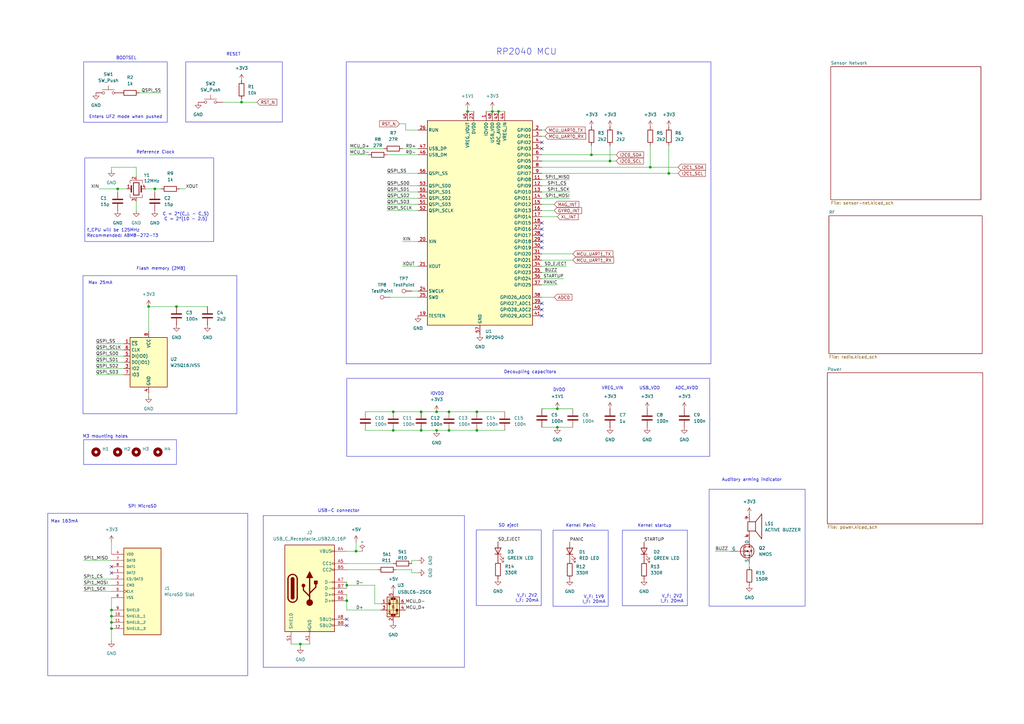
<source format=kicad_sch>
(kicad_sch (version 20231120) (generator "eeschema") (generator_version "8.0")
  (paper "A3")
  (title_block (title "Pygmy") (date "2024-11-10") (rev "A") (company "Matteo Golin") (comment 1 "Use JLC04161H-7628"))
  (junction (at 184.15 176.53))
  (junction (at 161.29 168.91))
  (junction (at 172.72 176.53))
  (junction (at 45.72 250.19))
  (junction (at 184.15 168.91))
  (junction (at 45.72 255.27))
  (junction (at 161.29 176.53))
  (junction (at 228.6 167.64))
  (junction (at 123.19 264.16))
  (junction (at 266.7 68.58))
  (junction (at 201.93 45.72))
  (junction (at 45.72 257.81))
  (junction (at 204.47 45.72))
  (junction (at 179.07 168.91))
  (junction (at 179.07 176.53))
  (junction (at 60.96 125.73))
  (junction (at 274.32 71.12))
  (junction (at 195.58 168.91))
  (junction (at 250.19 66.04))
  (junction (at 72.39 125.73))
  (junction (at 48.26 77.47))
  (junction (at 99.06 41.91))
  (junction (at 45.72 252.73))
  (junction (at 195.58 176.53))
  (junction (at 172.72 168.91))
  (junction (at 142.24 240.03))
  (junction (at 142.24 246.38))
  (junction (at 228.6 175.26))
  (junction (at 63.5 77.47))
  (junction (at 191.77 45.72))
  (junction (at 242.57 63.5))
  (junction (at 146.05 226.06))
  (no_connect (at 222.25 96.52))
  (no_connect (at 222.25 93.98))
  (no_connect (at 142.24 254))
  (no_connect (at 222.25 60.96))
  (no_connect (at 222.25 127))
  (no_connect (at 222.25 129.54))
  (no_connect (at 222.25 91.44))
  (no_connect (at 222.25 58.42))
  (no_connect (at 222.25 124.46))
  (no_connect (at 45.72 232.41))
  (no_connect (at 222.25 101.6))
  (no_connect (at 142.24 256.54))
  (no_connect (at 45.72 234.95))
  (no_connect (at 222.25 99.06))
  (wire (pts (xy 99.06 41.91) (xy 105.41 41.91)))
  (wire (pts (xy 39.37 143.51) (xy 50.8 143.51)))
  (wire (pts (xy 34.29 242.57) (xy 45.72 242.57)))
  (wire (pts (xy 39.37 140.97) (xy 50.8 140.97)))
  (wire (pts (xy 222.25 111.76) (xy 228.6 111.76)))
  (wire (pts (xy 223.52 55.88) (xy 222.25 55.88)))
  (wire (pts (xy 59.69 77.47) (xy 63.5 77.47)))
  (wire (pts (xy 227.33 86.36) (xy 222.25 86.36)))
  (wire (pts (xy 242.57 63.5) (xy 222.25 63.5)))
  (wire (pts (xy 34.29 237.49) (xy 45.72 237.49)))
  (wire (pts (xy 99.06 40.64) (xy 99.06 41.91)))
  (wire (pts (xy 184.15 168.91) (xy 195.58 168.91)))
  (wire (pts (xy 201.93 45.72) (xy 204.47 45.72)))
  (wire (pts (xy 142.24 243.84) (xy 142.24 246.38)))
  (wire (pts (xy 195.58 168.91) (xy 207.01 168.91)))
  (wire (pts (xy 48.26 78.74) (xy 48.26 77.47)))
  (wire (pts (xy 142.24 250.19) (xy 142.24 246.38)))
  (wire (pts (xy 48.26 77.47) (xy 52.07 77.47)))
  (wire (pts (xy 166.37 50.8) (xy 166.37 53.34)))
  (wire (pts (xy 55.88 68.58) (xy 55.88 72.39)))
  (wire (pts (xy 72.39 125.73) (xy 60.96 125.73)))
  (wire (pts (xy 179.07 168.91) (xy 184.15 168.91)))
  (wire (pts (xy 222.25 167.64) (xy 228.6 167.64)))
  (wire (pts (xy 45.72 68.58) (xy 55.88 68.58)))
  (wire (pts (xy 252.73 63.5) (xy 242.57 63.5)))
  (wire (pts (xy 168.91 234.95) (xy 171.45 234.95)))
  (wire (pts (xy 252.73 66.04) (xy 250.19 66.04)))
  (wire (pts (xy 165.1 109.22) (xy 171.45 109.22)))
  (wire (pts (xy 165.1 60.96) (xy 171.45 60.96)))
  (wire (pts (xy 165.1 99.06) (xy 171.45 99.06)))
  (wire (pts (xy 39.37 153.67) (xy 50.8 153.67)))
  (wire (pts (xy 60.96 162.56) (xy 60.96 161.29)))
  (wire (pts (xy 142.24 233.68) (xy 154.94 233.68)))
  (wire (pts (xy 143.51 63.5) (xy 151.13 63.5)))
  (wire (pts (xy 39.37 146.05) (xy 50.8 146.05)))
  (wire (pts (xy 160.02 121.92) (xy 171.45 121.92)))
  (wire (pts (xy 195.58 176.53) (xy 207.01 176.53)))
  (wire (pts (xy 45.72 250.19) (xy 45.72 252.73)))
  (wire (pts (xy 45.72 257.81) (xy 45.72 262.89)))
  (wire (pts (xy 146.05 226.06) (xy 148.59 226.06)))
  (wire (pts (xy 161.29 231.14) (xy 142.24 231.14)))
  (wire (pts (xy 45.72 222.25) (xy 45.72 227.33)))
  (wire (pts (xy 123.19 264.16) (xy 127 264.16)))
  (wire (pts (xy 73.66 77.47) (xy 76.2 77.47)))
  (wire (pts (xy 266.7 59.69) (xy 266.7 68.58)))
  (wire (pts (xy 184.15 176.53) (xy 195.58 176.53)))
  (wire (pts (xy 274.32 59.69) (xy 274.32 71.12)))
  (wire (pts (xy 40.64 77.47) (xy 48.26 77.47)))
  (wire (pts (xy 119.38 264.16) (xy 123.19 264.16)))
  (wire (pts (xy 222.25 71.12) (xy 274.32 71.12)))
  (wire (pts (xy 168.91 233.68) (xy 162.56 233.68)))
  (wire (pts (xy 142.24 240.03) (xy 142.24 238.76)))
  (wire (pts (xy 228.6 116.84) (xy 222.25 116.84)))
  (wire (pts (xy 222.25 104.14) (xy 234.95 104.14)))
  (wire (pts (xy 158.75 78.74) (xy 171.45 78.74)))
  (wire (pts (xy 45.72 69.85) (xy 45.72 68.58)))
  (wire (pts (xy 191.77 44.45) (xy 191.77 45.72)))
  (wire (pts (xy 307.34 231.14) (xy 307.34 232.41)))
  (wire (pts (xy 278.13 68.58) (xy 266.7 68.58)))
  (wire (pts (xy 191.77 45.72) (xy 194.31 45.72)))
  (wire (pts (xy 274.32 71.12) (xy 278.13 71.12)))
  (wire (pts (xy 142.24 240.03) (xy 142.24 241.3)))
  (wire (pts (xy 223.52 53.34) (xy 222.25 53.34)))
  (wire (pts (xy 171.45 86.36) (xy 158.75 86.36)))
  (wire (pts (xy 233.68 81.28) (xy 222.25 81.28)))
  (wire (pts (xy 45.72 252.73) (xy 45.72 255.27)))
  (wire (pts (xy 143.51 60.96) (xy 157.48 60.96)))
  (wire (pts (xy 172.72 176.53) (xy 179.07 176.53)))
  (wire (pts (xy 153.67 247.65) (xy 156.21 247.65)))
  (wire (pts (xy 250.19 66.04) (xy 222.25 66.04)))
  (wire (pts (xy 85.09 125.73) (xy 72.39 125.73)))
  (wire (pts (xy 228.6 167.64) (xy 234.95 167.64)))
  (wire (pts (xy 142.24 250.19) (xy 156.21 250.19)))
  (wire (pts (xy 158.75 83.82) (xy 171.45 83.82)))
  (wire (pts (xy 45.72 245.11) (xy 45.72 250.19)))
  (wire (pts (xy 201.93 44.45) (xy 201.93 45.72)))
  (wire (pts (xy 142.24 240.03) (xy 153.67 240.03)))
  (wire (pts (xy 166.37 53.34) (xy 171.45 53.34)))
  (wire (pts (xy 60.96 135.89) (xy 60.96 125.73)))
  (wire (pts (xy 168.91 234.95) (xy 168.91 233.68)))
  (wire (pts (xy 158.75 63.5) (xy 171.45 63.5)))
  (wire (pts (xy 222.25 175.26) (xy 228.6 175.26)))
  (wire (pts (xy 168.91 229.87) (xy 168.91 231.14)))
  (wire (pts (xy 161.29 168.91) (xy 172.72 168.91)))
  (wire (pts (xy 153.67 240.03) (xy 153.67 247.65)))
  (wire (pts (xy 91.44 41.91) (xy 99.06 41.91)))
  (wire (pts (xy 34.29 240.03) (xy 45.72 240.03)))
  (wire (pts (xy 250.19 59.69) (xy 250.19 66.04)))
  (wire (pts (xy 149.86 168.91) (xy 161.29 168.91)))
  (wire (pts (xy 293.37 226.06) (xy 299.72 226.06)))
  (wire (pts (xy 57.15 38.1) (xy 66.04 38.1)))
  (wire (pts (xy 228.6 175.26) (xy 234.95 175.26)))
  (wire (pts (xy 242.57 59.69) (xy 242.57 63.5)))
  (wire (pts (xy 123.19 265.43) (xy 123.19 264.16)))
  (wire (pts (xy 233.68 73.66) (xy 222.25 73.66)))
  (wire (pts (xy 146.05 226.06) (xy 146.05 222.25)))
  (wire (pts (xy 179.07 176.53) (xy 184.15 176.53)))
  (wire (pts (xy 55.88 86.36) (xy 55.88 82.55)))
  (wire (pts (xy 45.72 255.27) (xy 45.72 257.81)))
  (wire (pts (xy 231.14 114.3) (xy 222.25 114.3)))
  (wire (pts (xy 39.37 148.59) (xy 50.8 148.59)))
  (wire (pts (xy 222.25 121.92) (xy 227.33 121.92)))
  (wire (pts (xy 63.5 77.47) (xy 66.04 77.47)))
  (wire (pts (xy 39.37 151.13) (xy 50.8 151.13)))
  (wire (pts (xy 204.47 45.72) (xy 207.01 45.72)))
  (wire (pts (xy 158.75 71.12) (xy 171.45 71.12)))
  (wire (pts (xy 158.75 81.28) (xy 171.45 81.28)))
  (wire (pts (xy 232.41 76.2) (xy 222.25 76.2)))
  (wire (pts (xy 233.68 78.74) (xy 222.25 78.74)))
  (wire (pts (xy 158.75 76.2) (xy 171.45 76.2)))
  (wire (pts (xy 172.72 168.91) (xy 179.07 168.91)))
  (wire (pts (xy 149.86 176.53) (xy 161.29 176.53)))
  (wire (pts (xy 163.83 50.8) (xy 166.37 50.8)))
  (wire (pts (xy 34.29 229.87) (xy 45.72 229.87)))
  (wire (pts (xy 222.25 106.68) (xy 234.95 106.68)))
  (wire (pts (xy 168.91 119.38) (xy 171.45 119.38)))
  (wire (pts (xy 222.25 88.9) (xy 228.6 88.9)))
  (wire (pts (xy 161.29 176.53) (xy 172.72 176.53)))
  (wire (pts (xy 142.24 226.06) (xy 146.05 226.06)))
  (wire (pts (xy 199.39 45.72) (xy 201.93 45.72)))
  (wire (pts (xy 227.33 83.82) (xy 222.25 83.82)))
  (wire (pts (xy 63.5 77.47) (xy 63.5 78.74)))
  (wire (pts (xy 222.25 68.58) (xy 266.7 68.58)))
  (wire (pts (xy 232.41 109.22) (xy 222.25 109.22)))
  (wire (pts (xy 171.45 229.87) (xy 168.91 229.87)))
  (rectangle (start 290.83 200.66) (end 330.2 248.5917))
  (rectangle (start 141.986 25.4) (end 291.592 149.225))
  (rectangle (start 76.2 25.4) (end 115.824 50.038))
  (rectangle (start 195.348 217.3576) (end 222.018 248.3456))
  (rectangle (start 34.29 180.34) (end 72.39 190.5))
  (rectangle (start 226.822 217.424) (end 249.428 248.666))
  (rectangle (start 255.27 217.424) (end 281.94 248.412))
  (rectangle (start 107.95 211.455) (end 190.5 273.685))
  (rectangle (start 34.798 64.77) (end 87.63 99.06))
  (rectangle (start 19.558 210.566) (end 101.6 277.114))
  (rectangle (start 34.29 25.4) (end 68.58 50.165))
  (rectangle (start 142.24 155.194) (end 291.084 187.198))
  (rectangle (start 34.036 113.03) (end 97.155 169.672))
  (text "Auditory arming indicator" (at 308.356 196.85 0) (effects (font (size 1.27 1.27))))
  (text "RP2040 MCU" (at 215.9 21.336 0) (effects (font (size 2.54 2.54))))
  (text "C = 2*(C_L - C_S)\nC = 2*(10 - 2.5)" (at 76.2 88.9 0) (effects (font (size 1.27 1.27))))
  (text "Kernel Panic" (at 238.252 215.646 0) (effects (font (size 1.27 1.27))))
  (text "Kernel startup" (at 268.478 215.646 0) (effects (font (size 1.27 1.27))))
  (text "V_F: 2V2\nI_F: 20mA" (at 275.59 245.618 0) (effects (font (size 1.27 1.27))))
  (text "V_F: 2V2\nI_F: 20mA" (at 216.154 245.364 0) (effects (font (size 1.27 1.27))))
  (text "VREG_VIN\n" (at 251.206 159.258 0) (effects (font (size 1.27 1.27))))
  (text "USB_VDD" (at 266.446 159.258 0) (effects (font (size 1.27 1.27))))
  (text "Recommended: ABM8-272-T3" (at 50.292 96.774 0) (effects (font (size 1.27 1.27))))
  (text "Max 163mA" (at 26.416 213.868 0) (effects (font (size 1.27 1.27))))
  (text "DVDD" (at 229.362 160.02 0) (effects (font (size 1.27 1.27))))
  (text "M3 mounting holes" (at 43.18 179.07 0) (effects (font (size 1.27 1.27))))
  (text "IOVDD" (at 179.324 161.544 0) (effects (font (size 1.27 1.27))))
  (text "SPI MicroSD" (at 58.42 207.772 0) (effects (font (size 1.27 1.27))))
  (text "USB-C connector" (at 138.938 209.55 0) (effects (font (size 1.27 1.27))))
  (text "f_CPU will be 125MHz" (at 46.482 94.488 0) (effects (font (size 1.27 1.27))))
  (text "V_F: 1V9\nI_F: 20mA" (at 243.586 245.872 0) (effects (font (size 1.27 1.27))))
  (text "Decoupling capacitors" (at 217.424 152.654 0) (effects (font (size 1.27 1.27))))
  (text "BOOTSEL" (at 51.816 23.876 0) (effects (font (size 1.27 1.27))))
  (text "Reference Clock" (at 63.754 62.484 0) (effects (font (size 1.27 1.27))))
  (text "ADC_AVDD" (at 281.686 159.258 0) (effects (font (size 1.27 1.27))))
  (text "RESET" (at 95.758 22.352 0) (effects (font (size 1.27 1.27))))
  (text "Flash memory (2MB)" (at 66.04 110.236 0) (effects (font (size 1.27 1.27))))
  (text "Max 25mA" (at 41.148 116.078 0) (effects (font (size 1.27 1.27))))
  (text "Enters UF2 mode when pushed" (at 51.562 48.006 0) (effects (font (size 1.27 1.27))))
  (text "SD eject" (at 208.556 215.5796 0) (effects (font (size 1.27 1.27))))
  (label "SPI1_MOSI" (at 34.29 240.03 0))
  (label "RD+" (at 166.37 60.96 0))
  (label "SPI1_CS" (at 34.29 237.49 0))
  (label "MCU_D+" (at 166.37 250.19 0))
  (label "QSPI_SS" (at 39.37 140.97 0))
  (label "SD_EJECT" (at 204.238 222.1836 0))
  (label "XIN" (at 40.64 77.47 180))
  (label "SPI1_CS" (at 232.41 76.2 180))
  (label "QSPI_SCLK" (at 39.37 143.51 0))
  (label "SPI1_MISO" (at 233.68 73.66 180))
  (label "QSPI_SD3" (at 39.37 153.67 0))
  (label "QSPI_SD2" (at 39.37 151.13 0))
  (label "PANIC" (at 228.6 116.84 180))
  (label "PANIC" (at 233.68 222.25 0))
  (label "RD-" (at 166.37 63.5 0))
  (label "MCU_D-" (at 166.37 247.65 0))
  (label "QSPI_SS" (at 158.75 71.12 0))
  (label "QSPI_SCLK" (at 158.75 86.36 0))
  (label "XOUT" (at 76.2 77.47 0))
  (label "QSPI_SD3" (at 158.75 83.82 0))
  (label "MCU_D-" (at 143.51 63.5 0))
  (label "D+" (at 146.05 250.19 0))
  (label "QSPI_SS" (at 66.04 38.1 180))
  (label "BUZZ" (at 228.6 111.76 180))
  (label "D-" (at 146.05 240.03 0))
  (label "QSPI_SD1" (at 39.37 148.59 0))
  (label "XIN" (at 165.1 99.06 0))
  (label "SPI1_SCK" (at 233.68 78.74 180))
  (label "QSPI_SD0" (at 158.75 76.2 0))
  (label "QSPI_SD0" (at 39.37 146.05 0))
  (label "SPI1_SCK" (at 34.29 242.57 0))
  (label "QSPI_SD1" (at 158.75 78.74 0))
  (label "SPI1_MISO" (at 34.29 229.87 0))
  (label "STARTUP" (at 264.16 222.25 0))
  (label "QSPI_SD2" (at 158.75 81.28 0))
  (label "XOUT" (at 165.1 109.22 0))
  (label "BUZZ" (at 293.37 226.06 0))
  (label "SD_EJECT" (at 232.41 109.22 180))
  (label "MCU_D+" (at 143.51 60.96 0))
  (label "SPI1_MOSI" (at 233.68 81.28 180))
  (label "STARTUP" (at 231.14 114.3 180))
  (global_label "GYRO_INT" (shape input) (at 227.33 86.36 0) (property "Intersheetrefs" "${INTERSHEET_REFS}" (effects (hide yes))))
  (global_label "I2C0_SCL" (shape input) (at 252.73 66.04 0) (property "Intersheetrefs" "${INTERSHEET_REFS}" (effects (hide yes))))
  (global_label "RST_N" (shape input) (at 163.83 50.8 180) (property "Intersheetrefs" "${INTERSHEET_REFS}" (effects (hide yes))))
  (global_label "I2C1_SDA" (shape input) (at 278.13 68.58 0) (property "Intersheetrefs" "${INTERSHEET_REFS}" (effects (hide yes))))
  (global_label "MCU_UART0_TX" (shape input) (at 223.52 53.34 0) (property "Intersheetrefs" "${INTERSHEET_REFS}" (effects (hide yes))))
  (global_label "I2C0_SDA" (shape input) (at 252.73 63.5 0) (property "Intersheetrefs" "${INTERSHEET_REFS}" (effects (hide yes))))
  (global_label "I2C1_SCL" (shape input) (at 278.13 71.12 0) (property "Intersheetrefs" "${INTERSHEET_REFS}" (effects (hide yes))))
  (global_label "ADC0" (shape input) (at 227.33 121.92 0) (property "Intersheetrefs" "${INTERSHEET_REFS}" (effects (hide yes))))
  (global_label "MCU_UART1_RX" (shape input) (at 234.95 106.68 0) (property "Intersheetrefs" "${INTERSHEET_REFS}" (effects (hide yes))))
  (global_label "RST_N" (shape input) (at 105.41 41.91 0) (property "Intersheetrefs" "${INTERSHEET_REFS}" (effects (hide yes))))
  (global_label "MCU_UART0_RX" (shape input) (at 223.52 55.88 0) (property "Intersheetrefs" "${INTERSHEET_REFS}" (effects (hide yes))))
  (global_label "MCU_UART1_TX" (shape input) (at 234.95 104.14 0) (property "Intersheetrefs" "${INTERSHEET_REFS}" (effects (hide yes))))
  (global_label "MAG_INT" (shape input) (at 227.33 83.82 0) (property "Intersheetrefs" "${INTERSHEET_REFS}" (effects (hide yes))))
  (global_label "XL_INT" (shape input) (at 228.6 88.9 0) (property "Intersheetrefs" "${INTERSHEET_REFS}" (effects (hide yes))))
  (symbol (lib_id "power:GND") (at 307.34 240.03 0) (unit 1)
    (property "Reference" "#PWR038" (effects (hide yes)))
    (property "Value" "GND" (at 307.34 245.11 0))
    (property "Description" "Power symbol creates a global label with name \"GND\" , ground" (effects (hide yes)))
  )
  (symbol (lib_id "Device:Crystal_GND23") (at 55.88 77.47 0) (unit 1)
    (property "Reference" "Y1" (at 60.198 71.882 0))
    (property "Value" "12MHz" (at 62.23 74.168 0))
    (property "Footprint" "Crystal:Crystal_SMD_3225-4Pin_3.2x2.5mm" (effects (hide yes)))
    (property "Datasheet" "https://abracon.com/datasheets/ABM8-272-T3.pdf" (effects (hide yes)))
    (property "Description" "Four pin crystal, GND on pins 2 and 3" (effects (hide yes)))
    (property "MP" "ABM8-272-T3" (effects (hide yes)))
  )
  (symbol (lib_id "power:+3.3V") (at 266.7 52.07 0) (unit 1)
    (property "Reference" "#PWR08" (effects (hide yes)))
    (property "Value" "+3V3" (at 266.7 46.99 0))
    (property "Description" "Power symbol creates a global label with name \"+3.3V\"" (effects (hide yes)))
  )
  (symbol (lib_id "power:GND") (at 39.37 38.1 0) (unit 1)
    (property "Reference" "#PWR02" (effects (hide yes)))
    (property "Value" "GND" (at 39.37 43.18 0))
    (property "Description" "Power symbol creates a global label with name \"GND\" , ground" (effects (hide yes)))
  )
  (symbol (lib_id "power:+3.3V") (at 274.32 52.07 0) (unit 1)
    (property "Reference" "#PWR09" (effects (hide yes)))
    (property "Value" "+3V3" (at 274.32 46.99 0))
    (property "Description" "Power symbol creates a global label with name \"+3.3V\"" (effects (hide yes)))
  )
  (symbol (lib_id "Connector:TestPoint") (at 168.91 119.38 90) (unit 1)
    (property "Reference" "TP7" (at 165.608 114.3 90))
    (property "Value" "TestPoint" (at 165.608 116.84 90))
    (property "Footprint" "TestPoint:TestPoint_Pad_D1.5mm" (effects (hide yes)))
    (property "Description" "test point" (effects (hide yes)))
  )
  (symbol (lib_id "Device:C") (at 85.09 129.54 0) (unit 1)
    (property "Reference" "C4" (at 88.9 128.2699 0) (effects (justify left)))
    (property "Value" "2u2" (at 88.9 130.8099 0) (effects (justify left)))
    (property "Footprint" "Capacitor_SMD:C_0603_1608Metric" (effects (hide yes)))
    (property "Datasheet" "https://www.mouser.ca/datasheet/2/281/1/GRM155C80J225KE95_61A-1983595.pdf" (effects (hide yes)))
    (property "Description" "Unpolarized capacitor" (effects (hide yes)))
    (property "MP" "GRM155C80J225KE95J" (effects (hide yes)))
  )
  (symbol (lib_id "power:GND") (at 204.238 237.4236 0) (unit 1)
    (property "Reference" "#PWR036" (effects (hide yes)))
    (property "Value" "GND" (at 204.238 242.5036 0))
    (property "Description" "Power symbol creates a global label with name \"GND\" , ground" (effects (hide yes)))
  )
  (symbol (lib_id "Device:R") (at 158.75 233.68 90) (unit 1)
    (property "Reference" "R11" (at 158.496 229.87 90))
    (property "Value" "5k1" (at 158.75 227.33 90))
    (property "Footprint" "Resistor_SMD:R_0402_1005Metric" (effects (hide yes)))
    (property "Datasheet" "https://www.vishay.com/doc?28705" (effects (hide yes)))
    (property "Description" "Resistor" (effects (hide yes)))
    (property "MP" "MCS04020C5101FE000" (effects (hide yes)))
  )
  (symbol (lib_id "Device:C") (at 222.25 171.45 0) (unit 1)
    (property "Reference" "C5" (at 226.06 170.1799 0) (effects (justify left)))
    (property "Value" "100n" (at 226.06 172.7199 0) (effects (justify left)))
    (property "Footprint" "Capacitor_SMD:C_0402_1005Metric" (effects (hide yes)))
    (property "Datasheet" "https://www.mouser.ca/datasheet/2/281/1/GRM155R61A104KA01_02A-1983866.pdf" (effects (hide yes)))
    (property "Description" "Unpolarized capacitor" (effects (hide yes)))
    (property "MP" "GRM155R61A104KA01J " (effects (hide yes)))
  )
  (symbol (lib_id "Device:C") (at 265.43 171.45 0) (unit 1)
    (property "Reference" "C8" (at 269.24 170.1799 0) (effects (justify left)))
    (property "Value" "100n" (at 269.24 172.7199 0) (effects (justify left)))
    (property "Footprint" "Capacitor_SMD:C_0402_1005Metric" (effects (hide yes)))
    (property "Datasheet" "https://www.mouser.ca/datasheet/2/281/1/GRM155R61A104KA01_02A-1983866.pdf" (effects (hide yes)))
    (property "Description" "Unpolarized capacitor" (effects (hide yes)))
    (property "MP" "GRM155R61A104KA01J " (effects (hide yes)))
  )
  (symbol (lib_id "power:+5V") (at 161.29 242.57 0) (unit 1)
    (property "Reference" "#PWR037" (effects (hide yes)))
    (property "Value" "+5V" (at 161.29 237.49 0))
    (property "Description" "Power symbol creates a global label with name \"+5V\"" (effects (hide yes)))
  )
  (symbol (lib_id "Device:C") (at 234.95 171.45 0) (unit 1)
    (property "Reference" "C6" (at 238.76 170.1799 0) (effects (justify left)))
    (property "Value" "100n" (at 238.76 172.7199 0) (effects (justify left)))
    (property "Footprint" "Capacitor_SMD:C_0402_1005Metric" (effects (hide yes)))
    (property "Datasheet" "https://www.mouser.ca/datasheet/2/281/1/GRM155R61A104KA01_02A-1983866.pdf" (effects (hide yes)))
    (property "Description" "Unpolarized capacitor" (effects (hide yes)))
    (property "MP" "GRM155R61A104KA01J " (effects (hide yes)))
  )
  (symbol (lib_id "power:GND") (at 48.26 86.36 0) (unit 1)
    (property "Reference" "#PWR011" (effects (hide yes)))
    (property "Value" "GND" (at 48.26 91.44 0))
    (property "Description" "Power symbol creates a global label with name \"GND\" , ground" (effects (hide yes)))
  )
  (symbol (lib_id "Device:C") (at 72.39 129.54 0) (unit 1)
    (property "Reference" "C3" (at 76.2 128.2699 0) (effects (justify left)))
    (property "Value" "100n" (at 76.2 130.8099 0) (effects (justify left)))
    (property "Footprint" "Capacitor_SMD:C_0402_1005Metric" (effects (hide yes)))
    (property "Datasheet" "https://www.mouser.ca/datasheet/2/281/1/GRM155R61A104KA01_02A-1983866.pdf" (effects (hide yes)))
    (property "Description" "Unpolarized capacitor" (effects (hide yes)))
    (property "MP" "GRM155R61A104KA01J " (effects (hide yes)))
  )
  (symbol (lib_id "power:GND") (at 171.45 129.54 0) (unit 1)
    (property "Reference" "#PWR015" (effects (hide yes)))
    (property "Value" "GND" (at 171.45 134.62 0))
    (property "Description" "Power symbol creates a global label with name \"GND\" , ground" (effects (hide yes)))
  )
  (symbol (lib_id "Mechanical:MountingHole") (at 55.88 185.42 0) (unit 1) (exclude_from_sim yes) (in_bom no)
    (property "Reference" "H3" (at 58.42 184.1499 0) (effects (justify left)))
    (property "Value" "MountingHole" (effects (hide yes)))
    (property "Footprint" "MountingHole:MountingHole_3.2mm_M3" (effects (hide yes)))
    (property "Description" "Mounting Hole without connection" (effects (hide yes)))
  )
  (symbol (lib_id "Device:C") (at 172.72 172.72 0) (unit 1)
    (property "Reference" "C12" (at 176.53 171.4499 0) (effects (justify left)))
    (property "Value" "100n" (at 176.53 173.9899 0) (effects (justify left)))
    (property "Footprint" "Capacitor_SMD:C_0402_1005Metric" (effects (hide yes)))
    (property "Datasheet" "https://www.mouser.ca/datasheet/2/281/1/GRM155R61A104KA01_02A-1983866.pdf" (effects (hide yes)))
    (property "Description" "Unpolarized capacitor" (effects (hide yes)))
    (property "MP" "GRM155R61A104KA01J " (effects (hide yes)))
  )
  (symbol (lib_id "power:GND") (at 85.09 133.35 0) (unit 1)
    (property "Reference" "#PWR017" (effects (hide yes)))
    (property "Value" "GND" (at 85.09 138.43 0))
    (property "Description" "Power symbol creates a global label with name \"GND\" , ground" (effects (hide yes)))
  )
  (symbol (lib_id "Mechanical:MountingHole") (at 39.37 185.42 0) (unit 1) (exclude_from_sim yes) (in_bom no)
    (property "Reference" "H1" (at 41.91 184.1499 0) (effects (justify left)))
    (property "Value" "MountingHole" (effects (hide yes)))
    (property "Footprint" "MountingHole:MountingHole_3.2mm_M3" (effects (hide yes)))
    (property "Description" "Mounting Hole without connection" (effects (hide yes)))
  )
  (symbol (lib_id "power:+1V1") (at 265.43 167.64 0) (unit 1)
    (property "Reference" "#PWR022" (effects (hide yes)))
    (property "Value" "+3V3" (at 265.43 162.56 0))
    (property "Description" "Power symbol creates a global label with name \"+1V1\"" (effects (hide yes)))
  )
  (symbol (lib_id "Device:R") (at 250.19 55.88 0) (unit 1)
    (property "Reference" "R4" (at 252.73 54.6099 0) (effects (justify left)))
    (property "Value" "2k2" (at 252.73 57.1499 0) (effects (justify left)))
    (property "Footprint" "Resistor_SMD:R_0402_1005Metric" (effects (hide yes)))
    (property "Datasheet" "https://www.mouser.ca/datasheet/2/315/AOA0000C307-1149632.pdf" (effects (hide yes)))
    (property "Description" "Resistor" (effects (hide yes)))
    (property "MP" "ERA-2AEB222X" (effects (hide yes)))
  )
  (symbol (lib_id "MEM2067-02-180-00-A_REVB:MEM2067-02-180-00-A_REVB") (at 50.8 237.49 0) (unit 1)
    (property "Reference" "J1" (at 67.31 241.2999 0) (effects (justify left)))
    (property "Value" "MicroSD Slot" (at 67.31 243.8399 0) (effects (justify left)))
    (property "Footprint" "microsd:GCT_MEM2067-02-180-00-A_REVB" (effects (hide yes)))
    (property "Datasheet" "https://www.mouser.ca/datasheet/2/837/MEM2067-2887310.pdf" (effects (hide yes)))
    (property "MP" "MEM2067-02-180-00-A" (effects (hide yes)))
  )
  (symbol (lib_id "power:GND") (at 196.85 137.16 0) (unit 1)
    (property "Reference" "#PWR018" (effects (hide yes)))
    (property "Value" "GND" (at 196.85 142.24 0))
    (property "Description" "Power symbol creates a global label with name \"GND\" , ground" (effects (hide yes)))
  )
  (symbol (lib_id "Device:LED") (at 264.16 226.06 90) (unit 1)
    (property "Reference" "D2" (at 267.97 226.3774 90) (effects (justify right)))
    (property "Value" "GREEN LED" (at 267.97 228.9174 90) (effects (justify right)))
    (property "Footprint" "LED_SMD:LED_0805_2012Metric" (effects (hide yes)))
    (property "Datasheet" "https://www.mouser.ca/datasheet/2/588/prd_pim_datasheet_2191277_EN_pdf-3419125.pdf" (effects (hide yes)))
    (property "Description" "Light emitting diode" (effects (hide yes)))
    (property "MP" "LG R971-KN-1" (effects (hide yes)))
  )
  (symbol (lib_id "power:+3V3") (at 60.96 125.73 0) (unit 1)
    (property "Reference" "#PWR014" (effects (hide yes)))
    (property "Value" "+3V3" (at 60.96 120.65 0))
    (property "Description" "Power symbol creates a global label with name \"+3V3\"" (effects (hide yes)))
  )
  (symbol (lib_id "Simulation_SPICE:NMOS") (at 304.8 226.06 0) (unit 1)
    (property "Reference" "Q2" (at 311.15 224.7899 0) (effects (justify left)))
    (property "Value" "NMOS" (at 311.15 227.3299 0) (effects (justify left)))
    (property "Footprint" "Package_TO_SOT_SMD:SOT-23-3" (effects (hide yes)))
    (property "Datasheet" "https://www.mouser.ca/ProductDetail/Infineon-Technologies/BSS138IXTSA1?qs=eP2BKZSCXI4Kl%2FxhgMzwpw%3D%3D" (effects (hide yes)))
    (property "Description" "N-MOSFET transistor, drain/source/gate" (effects (hide yes)))
    (property "Sim.Device" "NMOS" (effects (hide yes)))
    (property "Sim.Type" "VDMOS" (effects (hide yes)))
    (property "Sim.Pins" "1=D 2=G 3=S" (effects (hide yes)))
    (property "MP" "BSS138IXTSA1" (effects (hide yes)))
  )
  (symbol (lib_id "power:+3V3") (at 179.07 168.91 0) (unit 1)
    (property "Reference" "#PWR024" (effects (hide yes)))
    (property "Value" "+3V3" (at 179.07 163.83 0))
    (property "Description" "Power symbol creates a global label with name \"+3V3\"" (effects (hide yes)))
  )
  (symbol (lib_id "Device:C") (at 149.86 172.72 0) (unit 1)
    (property "Reference" "C10" (at 153.67 171.4499 0) (effects (justify left)))
    (property "Value" "100n" (at 153.67 173.9899 0) (effects (justify left)))
    (property "Footprint" "Capacitor_SMD:C_0402_1005Metric" (effects (hide yes)))
    (property "Datasheet" "https://www.mouser.ca/datasheet/2/281/1/GRM155R61A104KA01_02A-1983866.pdf" (effects (hide yes)))
    (property "Description" "Unpolarized capacitor" (effects (hide yes)))
    (property "MP" "GRM155R61A104KA01J " (effects (hide yes)))
  )
  (symbol (lib_id "Device:R") (at 204.238 233.6136 0) (unit 1)
    (property "Reference" "R14" (at 207.01 232.3435 0) (effects (justify left)))
    (property "Value" "330R" (at 207.01 234.8835 0) (effects (justify left)))
    (property "Footprint" "Resistor_SMD:R_0402_1005Metric" (effects (hide yes)))
    (property "Datasheet" "https://www.we-online.com/components/products/datasheet/560112110231.pdf" (effects (hide yes)))
    (property "Description" "Resistor" (effects (hide yes)))
    (property "MP" "560112110231" (effects (hide yes)))
  )
  (symbol (lib_id "Connector:USB_C_Receptacle_USB2.0_16P") (at 127 241.3 0) (unit 1)
    (property "Reference" "J2" (at 127 218.44 0))
    (property "Value" "USB_C_Receptacle_USB2.0_16P" (at 127 220.98 0))
    (property "Footprint" "Connector_USB:USB_C_Receptacle_GCT_USB4105-xx-A_16P_TopMnt_Horizontal" (effects (hide yes)))
    (property "Datasheet" "https://www.mouser.ca/datasheet/2/837/usb4215-3472997.pdf" (effects (hide yes)))
    (property "Description" "USB 2.0-only 16P Type-C Receptacle connector" (effects (hide yes)))
    (property "MP" "USB4215-03-A" (effects (hide yes)))
  )
  (symbol (lib_id "power:GND") (at 228.6 175.26 0) (unit 1)
    (property "Reference" "#PWR025" (effects (hide yes)))
    (property "Value" "GND" (at 228.6 180.34 0))
    (property "Description" "Power symbol creates a global label with name \"GND\" , ground" (effects (hide yes)))
  )
  (symbol (lib_id "power:+3.3V") (at 250.19 52.07 0) (unit 1)
    (property "Reference" "#PWR07" (effects (hide yes)))
    (property "Value" "+3V3" (at 250.19 46.99 0))
    (property "Description" "Power symbol creates a global label with name \"+3.3V\"" (effects (hide yes)))
  )
  (symbol (lib_id "Device:R") (at 154.94 63.5 90) (unit 1)
    (property "Reference" "R8" (at 154.94 57.15 90))
    (property "Value" "27R" (at 154.94 59.69 90))
    (property "Footprint" "Resistor_SMD:R_0402_1005Metric" (effects (hide yes)))
    (property "Datasheet" "https://www.mouser.ca/datasheet/2/315/AOA0000C307-1149632.pdf" (effects (hide yes)))
    (property "Description" "Resistor" (effects (hide yes)))
    (property "MP" "ERA-2AKD270X" (effects (hide yes)))
  )
  (symbol (lib_id "Device:C") (at 195.58 172.72 0) (unit 1)
    (property "Reference" "C14" (at 199.39 171.4499 0) (effects (justify left)))
    (property "Value" "100n" (at 199.39 173.9899 0) (effects (justify left)))
    (property "Footprint" "Capacitor_SMD:C_0402_1005Metric" (effects (hide yes)))
    (property "Datasheet" "https://www.mouser.ca/datasheet/2/281/1/GRM155R61A104KA01_02A-1983866.pdf" (effects (hide yes)))
    (property "Description" "Unpolarized capacitor" (effects (hide yes)))
    (property "MP" "GRM155R61A104KA01J " (effects (hide yes)))
  )
  (symbol (lib_id "power:+1V1") (at 307.34 210.82 0) (unit 1)
    (property "Reference" "#PWR083" (effects (hide yes)))
    (property "Value" "+3V3" (at 307.34 205.74 0))
    (property "Description" "Power symbol creates a global label with name \"+1V1\"" (effects (hide yes)))
  )
  (symbol (lib_id "power:GND") (at 45.72 69.85 0) (unit 1)
    (property "Reference" "#PWR010" (effects (hide yes)))
    (property "Value" "GND" (at 45.72 74.93 0))
    (property "Description" "Power symbol creates a global label with name \"GND\" , ground" (effects (hide yes)))
  )
  (symbol (lib_id "power:+3V3") (at 45.72 222.25 0) (unit 1)
    (property "Reference" "#PWR030" (effects (hide yes)))
    (property "Value" "+3V3" (at 45.72 217.17 0))
    (property "Description" "Power symbol creates a global label with name \"+3V3\"" (effects (hide yes)))
  )
  (symbol (lib_id "Switch:SW_Push") (at 44.45 38.1 0) (unit 1)
    (property "Reference" "SW1" (at 44.45 30.48 0))
    (property "Value" "SW_Push" (at 44.45 33.02 0))
    (property "Footprint" "Button_Switch_THT:SW_PUSH_6mm_H5mm" (effects (hide yes)))
    (property "Datasheet" "https://www.mouser.ca/datasheet/2/1628/ts02-3511329.pdf" (effects (hide yes)))
    (property "Description" "Push button switch, generic, two pins" (effects (hide yes)))
    (property "MP" "TS02-66-50-BK-160-SCR-D" (effects (hide yes)))
  )
  (symbol (lib_id "power:GND") (at 45.72 262.89 0) (unit 1)
    (property "Reference" "#PWR040" (effects (hide yes)))
    (property "Value" "GND" (at 45.72 267.97 0))
    (property "Description" "Power symbol creates a global label with name \"GND\" , ground" (effects (hide yes)))
  )
  (symbol (lib_id "power:+1V1") (at 280.67 167.64 0) (unit 1)
    (property "Reference" "#PWR023" (effects (hide yes)))
    (property "Value" "+3V3" (at 280.67 162.56 0))
    (property "Description" "Power symbol creates a global label with name \"+1V1\"" (effects (hide yes)))
  )
  (symbol (lib_id "power:GND") (at 171.45 229.87 90) (unit 1)
    (property "Reference" "#PWR032" (effects (hide yes)))
    (property "Value" "GND" (at 176.53 229.87 0))
    (property "Description" "Power symbol creates a global label with name \"GND\" , ground" (effects (hide yes)))
  )
  (symbol (lib_id "power:PWR_FLAG") (at 148.59 226.06 0) (unit 1)
    (property "Reference" "#FLG01" (effects (hide yes)))
    (property "Value" "~" (at 148.59 222.25 0))
    (property "Description" "Special symbol for telling ERC where power comes from" (effects (hide yes)))
  )
  (symbol (lib_id "Device:C") (at 207.01 172.72 0) (unit 1)
    (property "Reference" "C15" (at 210.82 171.4499 0) (effects (justify left)))
    (property "Value" "100n" (at 210.82 173.9899 0) (effects (justify left)))
    (property "Footprint" "Capacitor_SMD:C_0402_1005Metric" (effects (hide yes)))
    (property "Datasheet" "https://www.mouser.ca/datasheet/2/281/1/GRM155R61A104KA01_02A-1983866.pdf" (effects (hide yes)))
    (property "Description" "Unpolarized capacitor" (effects (hide yes)))
    (property "MP" "GRM155R61A104KA01J " (effects (hide yes)))
  )
  (symbol (lib_id "Device:C") (at 63.5 82.55 0) (unit 1)
    (property "Reference" "C2" (at 67.31 81.2799 0) (effects (justify left)))
    (property "Value" "15p" (at 67.31 83.8199 0) (effects (justify left)))
    (property "Footprint" "Capacitor_SMD:C_0402_1005Metric" (effects (hide yes)))
    (property "Datasheet" "https://www.mouser.ca/datasheet/2/40/U_Series-2942365.pdf" (effects (hide yes)))
    (property "Description" "Unpolarized capacitor" (effects (hide yes)))
    (property "MP" "04023U140GAT2A" (effects (hide yes)))
  )
  (symbol (lib_id "power:+1V1") (at 228.6 167.64 0) (unit 1)
    (property "Reference" "#PWR020" (effects (hide yes)))
    (property "Value" "+1V1" (at 228.6 162.56 0))
    (property "Description" "Power symbol creates a global label with name \"+1V1\"" (effects (hide yes)))
  )
  (symbol (lib_id "Mechanical:MountingHole") (at 64.77 185.42 0) (unit 1) (exclude_from_sim yes) (in_bom no)
    (property "Reference" "H4" (at 67.31 184.1499 0) (effects (justify left)))
    (property "Value" "MountingHole" (effects (hide yes)))
    (property "Footprint" "MountingHole:MountingHole_3.2mm_M3" (effects (hide yes)))
    (property "Description" "Mounting Hole without connection" (effects (hide yes)))
  )
  (symbol (lib_id "Memory_Flash:W25Q16JVSS") (at 60.96 148.59 0) (unit 1)
    (property "Reference" "U2" (at 69.85 147.3199 0) (effects (justify left)))
    (property "Value" "W25Q16JVSS" (at 69.85 149.8599 0) (effects (justify left)))
    (property "Footprint" "Package_SO:SOIC-8_5.23x5.23mm_P1.27mm" (effects (hide yes)))
    (property "Datasheet" "https://www.winbond.com/hq/support/documentation/levelOne.jsp?__locale=en&DocNo=DA00-W25Q16JV.1" (effects (hide yes)))
    (property "Description" "16Mb Serial Flash Memory, Standard/Dual/Quad SPI, SOIC-8" (effects (hide yes)))
    (property "MP" "W25Q16JVSSIQ" (effects (hide yes)))
  )
  (symbol (lib_id "Device:R") (at 242.57 55.88 0) (unit 1)
    (property "Reference" "R3" (at 245.11 54.6099 0) (effects (justify left)))
    (property "Value" "2k2" (at 245.11 57.1499 0) (effects (justify left)))
    (property "Footprint" "Resistor_SMD:R_0402_1005Metric" (effects (hide yes)))
    (property "Datasheet" "https://www.mouser.ca/datasheet/2/315/AOA0000C307-1149632.pdf" (effects (hide yes)))
    (property "Description" "Resistor" (effects (hide yes)))
    (property "MP" "ERA-2AEB222X" (effects (hide yes)))
  )
  (symbol (lib_id "Device:R") (at 69.85 77.47 90) (unit 1)
    (property "Reference" "R9" (at 69.85 71.12 90))
    (property "Value" "1k" (at 69.85 73.66 90))
    (property "Footprint" "Resistor_SMD:R_0402_1005Metric" (effects (hide yes)))
    (property "Datasheet" "https://www.mouser.ca/datasheet/2/315/AOA0000C307-1149632.pdf" (effects (hide yes)))
    (property "Description" "Resistor" (effects (hide yes)))
    (property "MP" "ERA-2AEB102X" (effects (hide yes)))
  )
  (symbol (lib_id "power:GND") (at 264.16 237.49 0) (unit 1)
    (property "Reference" "#PWR035" (effects (hide yes)))
    (property "Value" "GND" (at 264.16 242.57 0))
    (property "Description" "Power symbol creates a global label with name \"GND\" , ground" (effects (hide yes)))
  )
  (symbol (lib_id "Power_Protection:USBLC6-2SC6") (at 161.29 247.65 0) (unit 1)
    (property "Reference" "U3" (at 162.9411 240.03 0) (effects (justify left)))
    (property "Value" "USBLC6-2SC6" (at 163.068 242.824 0) (effects (justify left)))
    (property "Footprint" "Package_TO_SOT_SMD:SOT-23-6" (effects (hide yes)))
    (property "Datasheet" "https://www.st.com/resource/en/datasheet/usblc6-2.pdf" (effects (hide yes)))
    (property "Description" "Very low capacitance ESD protection diode, 2 data-line, SOT-23-6" (effects (hide yes)))
    (property "MP" "USBLC6-2SC6" (effects (hide yes)))
  )
  (symbol (lib_id "power:GND") (at 123.19 265.43 0) (unit 1)
    (property "Reference" "#PWR041" (effects (hide yes)))
    (property "Value" "GND" (at 123.19 270.51 0))
    (property "Description" "Power symbol creates a global label with name \"GND\" , ground" (effects (hide yes)))
  )
  (symbol (lib_id "power:+3V3") (at 99.06 33.02 0) (unit 1)
    (property "Reference" "#PWR01" (effects (hide yes)))
    (property "Value" "+3V3" (at 99.06 27.94 0))
    (property "Description" "Power symbol creates a global label with name \"+3V3\"" (effects (hide yes)))
  )
  (symbol (lib_id "Switch:SW_Push") (at 86.36 41.91 0) (unit 1)
    (property "Reference" "SW2" (at 86.36 34.29 0))
    (property "Value" "SW_Push" (at 86.36 36.83 0))
    (property "Footprint" "Jumper:SolderJumper-2_P1.3mm_Open_TrianglePad1.0x1.5mm" (effects (hide yes)))
    (property "Description" "Push button switch, generic, two pins" (effects (hide yes)))
  )
  (symbol (lib_id "Device:C") (at 161.29 172.72 0) (unit 1)
    (property "Reference" "C11" (at 165.1 171.4499 0) (effects (justify left)))
    (property "Value" "100n" (at 165.1 173.9899 0) (effects (justify left)))
    (property "Footprint" "Capacitor_SMD:C_0402_1005Metric" (effects (hide yes)))
    (property "Datasheet" "https://www.mouser.ca/datasheet/2/281/1/GRM155R61A104KA01_02A-1983866.pdf" (effects (hide yes)))
    (property "Description" "Unpolarized capacitor" (effects (hide yes)))
    (property "MP" "GRM155R61A104KA01J " (effects (hide yes)))
  )
  (symbol (lib_id "Device:C") (at 280.67 171.45 0) (unit 1)
    (property "Reference" "C9" (at 284.48 170.1799 0) (effects (justify left)))
    (property "Value" "100n" (at 284.48 172.7199 0) (effects (justify left)))
    (property "Footprint" "Capacitor_SMD:C_0402_1005Metric" (effects (hide yes)))
    (property "Datasheet" "https://www.mouser.ca/datasheet/2/281/1/GRM155R61A104KA01_02A-1983866.pdf" (effects (hide yes)))
    (property "Description" "Unpolarized capacitor" (effects (hide yes)))
    (property "MP" "GRM155R61A104KA01J " (effects (hide yes)))
  )
  (symbol (lib_id "power:GND") (at 171.45 234.95 90) (unit 1)
    (property "Reference" "#PWR033" (effects (hide yes)))
    (property "Value" "GND" (at 176.53 234.95 0))
    (property "Description" "Power symbol creates a global label with name \"GND\" , ground" (effects (hide yes)))
  )
  (symbol (lib_id "Device:C") (at 48.26 82.55 0) (unit 1)
    (property "Reference" "C1" (at 41.148 81.28 0) (effects (justify left)))
    (property "Value" "15p" (at 41.148 83.82 0) (effects (justify left)))
    (property "Footprint" "Capacitor_SMD:C_0402_1005Metric" (effects (hide yes)))
    (property "Datasheet" "https://www.mouser.ca/datasheet/2/40/U_Series-2942365.pdf" (effects (hide yes)))
    (property "Description" "Unpolarized capacitor" (effects (hide yes)))
    (property "MP" "04023U140GAT2A" (effects (hide yes)))
  )
  (symbol (lib_id "power:+1V1") (at 250.19 167.64 0) (unit 1)
    (property "Reference" "#PWR021" (effects (hide yes)))
    (property "Value" "+3V3" (at 250.19 162.56 0))
    (property "Description" "Power symbol creates a global label with name \"+1V1\"" (effects (hide yes)))
  )
  (symbol (lib_id "power:+1V1") (at 191.77 44.45 0) (unit 1)
    (property "Reference" "#PWR04" (effects (hide yes)))
    (property "Value" "+1V1" (at 191.77 39.37 0))
    (property "Description" "Power symbol creates a global label with name \"+1V1\"" (effects (hide yes)))
  )
  (symbol (lib_id "Device:R") (at 99.06 36.83 0) (unit 1)
    (property "Reference" "R1" (at 101.6 35.5599 0) (effects (justify left)))
    (property "Value" "10k" (at 101.6 38.0999 0) (effects (justify left)))
    (property "Footprint" "Resistor_SMD:R_0402_1005Metric" (effects (hide yes)))
    (property "Datasheet" "https://www.rohm.com/datasheet?p=SFR01MZPJ&dist=Mouser&media=referral&source=mouser.com&campaign=Mouser" (effects (hide yes)))
    (property "Description" "Resistor" (effects (hide yes)))
    (property "MP" "SFR01MZPJ103" (effects (hide yes)))
  )
  (symbol (lib_id "Device:R") (at 264.16 233.68 0) (unit 1)
    (property "Reference" "R13" (at 266.7 232.4099 0) (effects (justify left)))
    (property "Value" "330R" (at 266.7 234.9499 0) (effects (justify left)))
    (property "Footprint" "Resistor_SMD:R_0402_1005Metric" (effects (hide yes)))
    (property "Datasheet" "https://www.we-online.com/components/products/datasheet/560112110231.pdf" (effects (hide yes)))
    (property "Description" "Resistor" (effects (hide yes)))
    (property "MP" "560112110231" (effects (hide yes)))
  )
  (symbol (lib_id "Device:R") (at 274.32 55.88 0) (unit 1)
    (property "Reference" "R6" (at 276.86 54.6099 0) (effects (justify left)))
    (property "Value" "2k2" (at 276.86 57.1499 0) (effects (justify left)))
    (property "Footprint" "Resistor_SMD:R_0402_1005Metric" (effects (hide yes)))
    (property "Datasheet" "https://www.mouser.ca/datasheet/2/315/AOA0000C307-1149632.pdf" (effects (hide yes)))
    (property "Description" "Resistor" (effects (hide yes)))
    (property "MP" "ERA-2AEB222X" (effects (hide yes)))
  )
  (symbol (lib_id "Device:LED") (at 204.238 225.9936 90) (unit 1)
    (property "Reference" "D3" (at 208.048 226.311 90) (effects (justify right)))
    (property "Value" "GREEN LED" (at 208.048 228.851 90) (effects (justify right)))
    (property "Footprint" "LED_SMD:LED_0805_2012Metric" (effects (hide yes)))
    (property "Datasheet" "https://www.mouser.ca/datasheet/2/588/prd_pim_datasheet_2191277_EN_pdf-3419125.pdf" (effects (hide yes)))
    (property "Description" "Light emitting diode" (effects (hide yes)))
    (property "MP" "LG R971-KN-1" (effects (hide yes)))
  )
  (symbol (lib_id "Device:R") (at 161.29 60.96 90) (unit 1)
    (property "Reference" "R7" (at 161.29 54.61 90))
    (property "Value" "27R" (at 161.29 57.15 90))
    (property "Footprint" "Resistor_SMD:R_0402_1005Metric" (effects (hide yes)))
    (property "Datasheet" "https://www.mouser.ca/datasheet/2/315/AOA0000C307-1149632.pdf" (effects (hide yes)))
    (property "Description" "Resistor" (effects (hide yes)))
    (property "MP" "ERA-2AKD270X" (effects (hide yes)))
  )
  (symbol (lib_id "Device:C") (at 250.19 171.45 0) (unit 1)
    (property "Reference" "C7" (at 254 170.1799 0) (effects (justify left)))
    (property "Value" "1u" (at 254 172.7199 0) (effects (justify left)))
    (property "Footprint" "Capacitor_SMD:C_0603_1608Metric" (effects (hide yes)))
    (property "Datasheet" "https://www.mouser.ca/datasheet/2/40/KGM_X7R-3223212.pdf" (effects (hide yes)))
    (property "Description" "Unpolarized capacitor" (effects (hide yes)))
    (property "MP" "06036C105MAT2A" (effects (hide yes)))
  )
  (symbol (lib_id "MCU_RaspberryPi:RP2040") (at 196.85 91.44 0) (unit 1)
    (property "Reference" "U1" (at 199.0441 135.89 0) (effects (justify left)))
    (property "Value" "RP2040" (at 199.0441 138.43 0) (effects (justify left)))
    (property "Footprint" "Package_DFN_QFN:QFN-56-1EP_7x7mm_P0.4mm_EP3.2x3.2mm" (effects (hide yes)))
    (property "Datasheet" "https://datasheets.raspberrypi.com/rp2040/rp2040-datasheet.pdf" (effects (hide yes)))
    (property "Description" "A microcontroller by Raspberry Pi" (effects (hide yes)))
    (property "MP" "SC0914(13)" (effects (hide yes)))
  )
  (symbol (lib_id "power:GND") (at 233.68 237.49 0) (unit 1)
    (property "Reference" "#PWR034" (effects (hide yes)))
    (property "Value" "GND" (at 233.68 242.57 0))
    (property "Description" "Power symbol creates a global label with name \"GND\" , ground" (effects (hide yes)))
  )
  (symbol (lib_id "power:GND") (at 250.19 175.26 0) (unit 1)
    (property "Reference" "#PWR026" (effects (hide yes)))
    (property "Value" "GND" (at 250.19 180.34 0))
    (property "Description" "Power symbol creates a global label with name \"GND\" , ground" (effects (hide yes)))
  )
  (symbol (lib_id "AI-1223-TWT-3V-2-R:AI-1223-TWT-3V-2-R") (at 309.88 215.9 0) (unit 1)
    (property "Reference" "LS1" (at 313.69 214.7742 0) (effects (justify left)))
    (property "Value" "ACTIVE BUZZER" (at 313.69 217.3142 0) (effects (justify left)))
    (property "Footprint" "buzzer:XDCR_AI-1223-TWT-3V-2-R" (effects (hide yes)))
    (property "Datasheet" "https://www.mouser.ca/datasheet/2/334/AI-1223-TWT-3V-2-R-532205.pdf" (effects (hide yes)))
    (property "PARTREV" "3/18/2020" (effects (hide yes)))
    (property "STANDARD" "Manufacturer Recommendations" (effects (hide yes)))
    (property "MAXIMUM_PACKAGE_HEIGHT" "7.8 mm" (effects (hide yes)))
    (property "MANUFACTURER" "PUI Audio" (effects (hide yes)))
    (property "MP" "AI-1223-TWT-3V-2-R" (effects (hide yes)))
  )
  (symbol (lib_id "Connector:TestPoint") (at 160.02 121.92 90) (unit 1)
    (property "Reference" "TP8" (at 156.718 116.84 90))
    (property "Value" "TestPoint" (at 156.718 119.38 90))
    (property "Footprint" "TestPoint:TestPoint_Pad_D1.5mm" (effects (hide yes)))
    (property "Description" "test point" (effects (hide yes)))
  )
  (symbol (lib_id "Device:R") (at 233.68 233.68 0) (unit 1)
    (property "Reference" "R12" (at 236.22 232.4099 0) (effects (justify left)))
    (property "Value" "330R" (at 236.22 234.9499 0) (effects (justify left)))
    (property "Footprint" "Resistor_SMD:R_0402_1005Metric" (effects (hide yes)))
    (property "Datasheet" "https://www.we-online.com/components/products/datasheet/560112110231.pdf" (effects (hide yes)))
    (property "Description" "Resistor" (effects (hide yes)))
    (property "MP" "560112110231" (effects (hide yes)))
  )
  (symbol (lib_id "Mechanical:MountingHole") (at 48.26 185.42 0) (unit 1) (exclude_from_sim yes) (in_bom no)
    (property "Reference" "H2" (at 50.8 184.1499 0) (effects (justify left)))
    (property "Value" "MountingHole" (effects (hide yes)))
    (property "Footprint" "MountingHole:MountingHole_3.2mm_M3" (effects (hide yes)))
    (property "Description" "Mounting Hole without connection" (effects (hide yes)))
  )
  (symbol (lib_id "Device:R") (at 307.34 236.22 0) (unit 1)
    (property "Reference" "R15" (at 309.88 234.9499 0) (effects (justify left)))
    (property "Value" "150R" (at 309.88 237.4899 0) (effects (justify left)))
    (property "Footprint" "Resistor_SMD:R_0402_1005Metric" (effects (hide yes)))
    (property "Datasheet" "https://www.mouser.ca/datasheet/2/315/AOA0000C307-1149632.pdf" (effects (hide yes)))
    (property "Description" "Resistor" (effects (hide yes)))
    (property "MP" "ERA-2AED151X" (effects (hide yes)))
  )
  (symbol (lib_id "power:+3.3V") (at 242.57 52.07 0) (unit 1)
    (property "Reference" "#PWR06" (effects (hide yes)))
    (property "Value" "+3V3" (at 242.57 46.99 0))
    (property "Description" "Power symbol creates a global label with name \"+3.3V\"" (effects (hide yes)))
  )
  (symbol (lib_id "Device:R") (at 53.34 38.1 90) (unit 1)
    (property "Reference" "R2" (at 53.34 31.75 90))
    (property "Value" "1k" (at 53.34 34.29 90))
    (property "Footprint" "Resistor_SMD:R_0402_1005Metric" (effects (hide yes)))
    (property "Datasheet" "https://www.mouser.ca/datasheet/2/315/AOA0000C307-1149632.pdf" (effects (hide yes)))
    (property "Description" "Resistor" (effects (hide yes)))
    (property "MP" "ERA-2AEB102X" (effects (hide yes)))
  )
  (symbol (lib_id "power:GND") (at 60.96 162.56 0) (unit 1)
    (property "Reference" "#PWR019" (effects (hide yes)))
    (property "Value" "GND" (at 60.96 167.64 0))
    (property "Description" "Power symbol creates a global label with name \"GND\" , ground" (effects (hide yes)))
  )
  (symbol (lib_id "Device:R") (at 165.1 231.14 90) (unit 1)
    (property "Reference" "R10" (at 165.1 228.854 90))
    (property "Value" "5k1" (at 165.1 226.314 90))
    (property "Footprint" "Resistor_SMD:R_0402_1005Metric" (effects (hide yes)))
    (property "Datasheet" "https://www.vishay.com/doc?28705" (effects (hide yes)))
    (property "Description" "Resistor" (effects (hide yes)))
    (property "MP" "MCS04020C5101FE000" (effects (hide yes)))
  )
  (symbol (lib_id "power:GND") (at 63.5 86.36 0) (unit 1)
    (property "Reference" "#PWR013" (effects (hide yes)))
    (property "Value" "GND" (at 63.5 91.44 0))
    (property "Description" "Power symbol creates a global label with name \"GND\" , ground" (effects (hide yes)))
  )
  (symbol (lib_id "power:GND") (at 161.29 255.27 0) (unit 1)
    (property "Reference" "#PWR039" (effects (hide yes)))
    (property "Value" "GND" (at 161.29 260.35 0))
    (property "Description" "Power symbol creates a global label with name \"GND\" , ground" (effects (hide yes)))
  )
  (symbol (lib_id "power:GND") (at 55.88 86.36 0) (unit 1)
    (property "Reference" "#PWR012" (effects (hide yes)))
    (property "Value" "GND" (at 55.88 91.44 0))
    (property "Description" "Power symbol creates a global label with name \"GND\" , ground" (effects (hide yes)))
  )
  (symbol (lib_id "Device:C") (at 184.15 172.72 0) (unit 1)
    (property "Reference" "C13" (at 187.96 171.4499 0) (effects (justify left)))
    (property "Value" "100n" (at 187.96 173.9899 0) (effects (justify left)))
    (property "Footprint" "Capacitor_SMD:C_0402_1005Metric" (effects (hide yes)))
    (property "Datasheet" "https://www.mouser.ca/datasheet/2/281/1/GRM155R61A104KA01_02A-1983866.pdf" (effects (hide yes)))
    (property "Description" "Unpolarized capacitor" (effects (hide yes)))
    (property "MP" "GRM155R61A104KA01J " (effects (hide yes)))
  )
  (symbol (lib_id "power:GND") (at 72.39 133.35 0) (unit 1)
    (property "Reference" "#PWR016" (effects (hide yes)))
    (property "Value" "GND" (at 72.39 138.43 0))
    (property "Description" "Power symbol creates a global label with name \"GND\" , ground" (effects (hide yes)))
  )
  (symbol (lib_id "Device:LED") (at 233.68 226.06 90) (unit 1)
    (property "Reference" "D1" (at 237.49 226.3774 90) (effects (justify right)))
    (property "Value" "RED LED" (at 237.49 228.9174 90) (effects (justify right)))
    (property "Footprint" "LED_SMD:LED_0805_2012Metric" (effects (hide yes)))
    (property "Datasheet" "https://www.mouser.ca/datasheet/2/678/av02-0112en-ds-hsmx-c1xx-29sep2010-1827222.pdf" (effects (hide yes)))
    (property "Description" "Light emitting diode" (effects (hide yes)))
    (property "MP" "HSMC-C170-T0000" (effects (hide yes)))
  )
  (symbol (lib_id "power:+5V") (at 146.05 222.25 0) (unit 1)
    (property "Reference" "#PWR031" (effects (hide yes)))
    (property "Value" "+5V" (at 146.05 217.17 0))
    (property "Description" "Power symbol creates a global label with name \"+5V\"" (effects (hide yes)))
  )
  (symbol (lib_id "power:GND") (at 265.43 175.26 0) (unit 1)
    (property "Reference" "#PWR027" (effects (hide yes)))
    (property "Value" "GND" (at 265.43 180.34 0))
    (property "Description" "Power symbol creates a global label with name \"GND\" , ground" (effects (hide yes)))
  )
  (symbol (lib_id "power:GND") (at 280.67 175.26 0) (unit 1)
    (property "Reference" "#PWR028" (effects (hide yes)))
    (property "Value" "GND" (at 280.67 180.34 0))
    (property "Description" "Power symbol creates a global label with name \"GND\" , ground" (effects (hide yes)))
  )
  (symbol (lib_id "Device:R") (at 266.7 55.88 0) (unit 1)
    (property "Reference" "R5" (at 269.24 54.6099 0) (effects (justify left)))
    (property "Value" "2k2" (at 269.24 57.1499 0) (effects (justify left)))
    (property "Footprint" "Resistor_SMD:R_0402_1005Metric" (effects (hide yes)))
    (property "Datasheet" "https://www.mouser.ca/datasheet/2/315/AOA0000C307-1149632.pdf" (effects (hide yes)))
    (property "Description" "Resistor" (effects (hide yes)))
    (property "MP" "ERA-2AEB222X" (effects (hide yes)))
  )
  (symbol (lib_id "power:+3V3") (at 201.93 44.45 0) (unit 1)
    (property "Reference" "#PWR05" (effects (hide yes)))
    (property "Value" "+3V3" (at 201.93 39.37 0))
    (property "Description" "Power symbol creates a global label with name \"+3V3\"" (effects (hide yes)))
  )
  (symbol (lib_id "power:GND") (at 81.28 41.91 0) (unit 1)
    (property "Reference" "#PWR03" (effects (hide yes)))
    (property "Value" "GND" (at 81.28 46.99 0))
    (property "Description" "Power symbol creates a global label with name \"GND\" , ground" (effects (hide yes)))
  )
  (symbol (lib_id "power:GND") (at 179.07 176.53 0) (unit 1)
    (property "Reference" "#PWR029" (effects (hide yes)))
    (property "Value" "GND" (at 179.07 181.61 0))
    (property "Description" "Power symbol creates a global label with name \"GND\" , ground" (effects (hide yes)))
  )
  (sheet (at 339.979 88.519) (size 62.865 56.515) (stroke (width 0.1524))
    (property "Sheetname" "RF" (at 339.979 87.8074 0) (effects (justify left bottom)))
    (property "Sheetfile" "radio.kicad_sch" (at 339.979 145.6186 0) (effects (justify left top)))
  )
  (sheet (at 340.741 27.305) (size 61.595 54.61) (stroke (width 0.1524))
    (property "Sheetname" "Sensor Network" (at 340.741 26.5934 0) (effects (justify left bottom)))
    (property "Sheetfile" "sensor-net.kicad_sch" (at 340.741 82.4996 0) (effects (justify left top)))
  )
  (sheet (at 339.344 152.908) (size 63.754 61.976) (stroke (width 0.1524))
    (property "Sheetname" "Power" (at 339.344 152.1964 0) (effects (justify left bottom)))
    (property "Sheetfile" "power.kicad_sch" (at 339.344 215.4686 0) (effects (justify left top)))
  )
)
</source>
